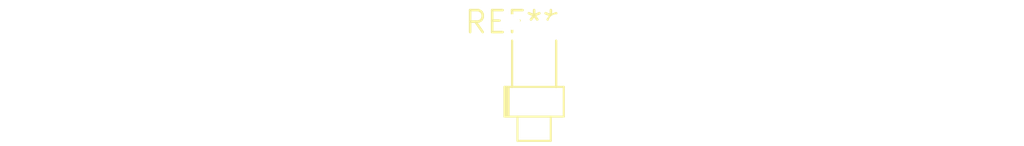
<source format=kicad_pcb>
(kicad_pcb (version 20240108) (generator pcbnew)
  (layers (0 "F.Cu" signal) (31 "B.Cu" signal) (34 "B.Paste" user) (35 "F.Paste" user) (36 "B.SilkS" user "B.Silkscreen") (37 "F.SilkS" user "F.Silkscreen") (38 "B.Mask" user) (39 "F.Mask" user) (44 "Edge.Cuts" user))
  (net 0 "")
  (footprint "LED_D1.8mm_W1.8mm_H2.4mm_Horizontal_O3.81mm_Z1.6mm" (layer "F.Cu") (at 0 0)
    (property "Reference" "REF**")
    (property "Value" "LED_D1.8mm_W1.8mm_H2.4mm_Horizontal_O3.81mm_Z1.6mm")
    (fp_line (start -0.44 3.75) (end -0.44 5.47) (layer "F.SilkS") (stroke (width 0.12)))
    (fp_line (start -0.44 5.47) (end 2.98 5.47) (layer "F.SilkS") (stroke (width 0.12)))
    (fp_line (start -0.32 3.75) (end -0.32 5.47) (layer "F.SilkS") (stroke (width 0.12)))
    (fp_line (start -0.2 3.75) (end -0.2 5.47) (layer "F.SilkS") (stroke (width 0.12)))
    (fp_line (start 0 1.08) (end 0 1.08) (layer "F.SilkS") (stroke (width 0.12)))
    (fp_line (start 0 1.08) (end 0 3.75) (layer "F.SilkS") (stroke (width 0.12)))
    (fp_line (start 0 3.75) (end 0 1.08) (layer "F.SilkS") (stroke (width 0.12)))
    (fp_line (start 0 3.75) (end 0 3.75) (layer "F.SilkS") (stroke (width 0.12)))
    (fp_line (start 0.31 5.47) (end 0.31 6.87) (layer "F.SilkS") (stroke (width 0.12)))
    (fp_line (start 0.31 6.87) (end 2.23 6.87) (layer "F.SilkS") (stroke (width 0.12)))
    (fp_line (start 2.23 5.47) (end 0.31 5.47) (layer "F.SilkS") (stroke (width 0.12)))
    (fp_line (start 2.23 6.87) (end 2.23 5.47) (layer "F.SilkS") (stroke (width 0.12)))
    (fp_line (start 2.54 1.08) (end 2.54 1.08) (layer "F.SilkS") (stroke (width 0.12)))
    (fp_line (start 2.54 1.08) (end 2.54 3.75) (layer "F.SilkS") (stroke (width 0.12)))
    (fp_line (start 2.54 3.75) (end 2.54 1.08) (layer "F.SilkS") (stroke (width 0.12)))
    (fp_line (start 2.54 3.75) (end 2.54 3.75) (layer "F.SilkS") (stroke (width 0.12)))
    (fp_line (start 2.98 3.75) (end -0.44 3.75) (layer "F.SilkS") (stroke (width 0.12)))
    (fp_line (start 2.98 5.47) (end 2.98 3.75) (layer "F.SilkS") (stroke (width 0.12)))
    (pad "1" thru_hole rect (at 0 0) (size 1.8 1.8) (drill 0.9) (layers *.Cu *.Mask) (remove_unused_layers))
    (pad "2" thru_hole circle (at 2.54 0) (size 1.8 1.8) (drill 0.9) (layers *.Cu *.Mask) (remove_unused_layers))
  )
)
</source>
